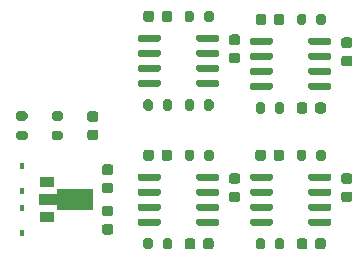
<source format=gbr>
%TF.GenerationSoftware,KiCad,Pcbnew,(5.1.10)-1*%
%TF.CreationDate,2021-07-30T22:48:11+05:30*%
%TF.ProjectId,Logic Board,4c6f6769-6320-4426-9f61-72642e6b6963,rev?*%
%TF.SameCoordinates,Original*%
%TF.FileFunction,Paste,Top*%
%TF.FilePolarity,Positive*%
%FSLAX46Y46*%
G04 Gerber Fmt 4.6, Leading zero omitted, Abs format (unit mm)*
G04 Created by KiCad (PCBNEW (5.1.10)-1) date 2021-07-30 22:48:11*
%MOMM*%
%LPD*%
G01*
G04 APERTURE LIST*
%ADD10C,0.100000*%
%ADD11R,1.300000X0.900000*%
%ADD12R,0.450000X0.600000*%
G04 APERTURE END LIST*
D10*
%TO.C,U5*%
G36*
X139800000Y-107116500D02*
G01*
X136675000Y-107116500D01*
X136675000Y-106700000D01*
X135200000Y-106700000D01*
X135200000Y-105800000D01*
X136675000Y-105800000D01*
X136675000Y-105383500D01*
X139800000Y-105383500D01*
X139800000Y-107116500D01*
G37*
D11*
X135850000Y-107750000D03*
X135850000Y-104750000D03*
%TD*%
%TO.C,R14*%
G36*
G01*
X134025000Y-99575000D02*
X133475000Y-99575000D01*
G75*
G02*
X133275000Y-99375000I0J200000D01*
G01*
X133275000Y-98975000D01*
G75*
G02*
X133475000Y-98775000I200000J0D01*
G01*
X134025000Y-98775000D01*
G75*
G02*
X134225000Y-98975000I0J-200000D01*
G01*
X134225000Y-99375000D01*
G75*
G02*
X134025000Y-99575000I-200000J0D01*
G01*
G37*
G36*
G01*
X134025000Y-101225000D02*
X133475000Y-101225000D01*
G75*
G02*
X133275000Y-101025000I0J200000D01*
G01*
X133275000Y-100625000D01*
G75*
G02*
X133475000Y-100425000I200000J0D01*
G01*
X134025000Y-100425000D01*
G75*
G02*
X134225000Y-100625000I0J-200000D01*
G01*
X134225000Y-101025000D01*
G75*
G02*
X134025000Y-101225000I-200000J0D01*
G01*
G37*
%TD*%
%TO.C,R13*%
G36*
G01*
X137025000Y-99575000D02*
X136475000Y-99575000D01*
G75*
G02*
X136275000Y-99375000I0J200000D01*
G01*
X136275000Y-98975000D01*
G75*
G02*
X136475000Y-98775000I200000J0D01*
G01*
X137025000Y-98775000D01*
G75*
G02*
X137225000Y-98975000I0J-200000D01*
G01*
X137225000Y-99375000D01*
G75*
G02*
X137025000Y-99575000I-200000J0D01*
G01*
G37*
G36*
G01*
X137025000Y-101225000D02*
X136475000Y-101225000D01*
G75*
G02*
X136275000Y-101025000I0J200000D01*
G01*
X136275000Y-100625000D01*
G75*
G02*
X136475000Y-100425000I200000J0D01*
G01*
X137025000Y-100425000D01*
G75*
G02*
X137225000Y-100625000I0J-200000D01*
G01*
X137225000Y-101025000D01*
G75*
G02*
X137025000Y-101225000I-200000J0D01*
G01*
G37*
%TD*%
%TO.C,R12*%
G36*
G01*
X155175000Y-110275000D02*
X155175000Y-109725000D01*
G75*
G02*
X155375000Y-109525000I200000J0D01*
G01*
X155775000Y-109525000D01*
G75*
G02*
X155975000Y-109725000I0J-200000D01*
G01*
X155975000Y-110275000D01*
G75*
G02*
X155775000Y-110475000I-200000J0D01*
G01*
X155375000Y-110475000D01*
G75*
G02*
X155175000Y-110275000I0J200000D01*
G01*
G37*
G36*
G01*
X153525000Y-110275000D02*
X153525000Y-109725000D01*
G75*
G02*
X153725000Y-109525000I200000J0D01*
G01*
X154125000Y-109525000D01*
G75*
G02*
X154325000Y-109725000I0J-200000D01*
G01*
X154325000Y-110275000D01*
G75*
G02*
X154125000Y-110475000I-200000J0D01*
G01*
X153725000Y-110475000D01*
G75*
G02*
X153525000Y-110275000I0J200000D01*
G01*
G37*
%TD*%
%TO.C,R11*%
G36*
G01*
X157825000Y-102225000D02*
X157825000Y-102775000D01*
G75*
G02*
X157625000Y-102975000I-200000J0D01*
G01*
X157225000Y-102975000D01*
G75*
G02*
X157025000Y-102775000I0J200000D01*
G01*
X157025000Y-102225000D01*
G75*
G02*
X157225000Y-102025000I200000J0D01*
G01*
X157625000Y-102025000D01*
G75*
G02*
X157825000Y-102225000I0J-200000D01*
G01*
G37*
G36*
G01*
X159475000Y-102225000D02*
X159475000Y-102775000D01*
G75*
G02*
X159275000Y-102975000I-200000J0D01*
G01*
X158875000Y-102975000D01*
G75*
G02*
X158675000Y-102775000I0J200000D01*
G01*
X158675000Y-102225000D01*
G75*
G02*
X158875000Y-102025000I200000J0D01*
G01*
X159275000Y-102025000D01*
G75*
G02*
X159475000Y-102225000I0J-200000D01*
G01*
G37*
%TD*%
%TO.C,R9*%
G36*
G01*
X155175000Y-98775000D02*
X155175000Y-98225000D01*
G75*
G02*
X155375000Y-98025000I200000J0D01*
G01*
X155775000Y-98025000D01*
G75*
G02*
X155975000Y-98225000I0J-200000D01*
G01*
X155975000Y-98775000D01*
G75*
G02*
X155775000Y-98975000I-200000J0D01*
G01*
X155375000Y-98975000D01*
G75*
G02*
X155175000Y-98775000I0J200000D01*
G01*
G37*
G36*
G01*
X153525000Y-98775000D02*
X153525000Y-98225000D01*
G75*
G02*
X153725000Y-98025000I200000J0D01*
G01*
X154125000Y-98025000D01*
G75*
G02*
X154325000Y-98225000I0J-200000D01*
G01*
X154325000Y-98775000D01*
G75*
G02*
X154125000Y-98975000I-200000J0D01*
G01*
X153725000Y-98975000D01*
G75*
G02*
X153525000Y-98775000I0J200000D01*
G01*
G37*
%TD*%
%TO.C,R8*%
G36*
G01*
X157825000Y-90725000D02*
X157825000Y-91275000D01*
G75*
G02*
X157625000Y-91475000I-200000J0D01*
G01*
X157225000Y-91475000D01*
G75*
G02*
X157025000Y-91275000I0J200000D01*
G01*
X157025000Y-90725000D01*
G75*
G02*
X157225000Y-90525000I200000J0D01*
G01*
X157625000Y-90525000D01*
G75*
G02*
X157825000Y-90725000I0J-200000D01*
G01*
G37*
G36*
G01*
X159475000Y-90725000D02*
X159475000Y-91275000D01*
G75*
G02*
X159275000Y-91475000I-200000J0D01*
G01*
X158875000Y-91475000D01*
G75*
G02*
X158675000Y-91275000I0J200000D01*
G01*
X158675000Y-90725000D01*
G75*
G02*
X158875000Y-90525000I200000J0D01*
G01*
X159275000Y-90525000D01*
G75*
G02*
X159475000Y-90725000I0J-200000D01*
G01*
G37*
%TD*%
%TO.C,R6*%
G36*
G01*
X145675000Y-110275000D02*
X145675000Y-109725000D01*
G75*
G02*
X145875000Y-109525000I200000J0D01*
G01*
X146275000Y-109525000D01*
G75*
G02*
X146475000Y-109725000I0J-200000D01*
G01*
X146475000Y-110275000D01*
G75*
G02*
X146275000Y-110475000I-200000J0D01*
G01*
X145875000Y-110475000D01*
G75*
G02*
X145675000Y-110275000I0J200000D01*
G01*
G37*
G36*
G01*
X144025000Y-110275000D02*
X144025000Y-109725000D01*
G75*
G02*
X144225000Y-109525000I200000J0D01*
G01*
X144625000Y-109525000D01*
G75*
G02*
X144825000Y-109725000I0J-200000D01*
G01*
X144825000Y-110275000D01*
G75*
G02*
X144625000Y-110475000I-200000J0D01*
G01*
X144225000Y-110475000D01*
G75*
G02*
X144025000Y-110275000I0J200000D01*
G01*
G37*
%TD*%
%TO.C,R5*%
G36*
G01*
X148325000Y-102225000D02*
X148325000Y-102775000D01*
G75*
G02*
X148125000Y-102975000I-200000J0D01*
G01*
X147725000Y-102975000D01*
G75*
G02*
X147525000Y-102775000I0J200000D01*
G01*
X147525000Y-102225000D01*
G75*
G02*
X147725000Y-102025000I200000J0D01*
G01*
X148125000Y-102025000D01*
G75*
G02*
X148325000Y-102225000I0J-200000D01*
G01*
G37*
G36*
G01*
X149975000Y-102225000D02*
X149975000Y-102775000D01*
G75*
G02*
X149775000Y-102975000I-200000J0D01*
G01*
X149375000Y-102975000D01*
G75*
G02*
X149175000Y-102775000I0J200000D01*
G01*
X149175000Y-102225000D01*
G75*
G02*
X149375000Y-102025000I200000J0D01*
G01*
X149775000Y-102025000D01*
G75*
G02*
X149975000Y-102225000I0J-200000D01*
G01*
G37*
%TD*%
%TO.C,R4*%
G36*
G01*
X149175000Y-98525000D02*
X149175000Y-97975000D01*
G75*
G02*
X149375000Y-97775000I200000J0D01*
G01*
X149775000Y-97775000D01*
G75*
G02*
X149975000Y-97975000I0J-200000D01*
G01*
X149975000Y-98525000D01*
G75*
G02*
X149775000Y-98725000I-200000J0D01*
G01*
X149375000Y-98725000D01*
G75*
G02*
X149175000Y-98525000I0J200000D01*
G01*
G37*
G36*
G01*
X147525000Y-98525000D02*
X147525000Y-97975000D01*
G75*
G02*
X147725000Y-97775000I200000J0D01*
G01*
X148125000Y-97775000D01*
G75*
G02*
X148325000Y-97975000I0J-200000D01*
G01*
X148325000Y-98525000D01*
G75*
G02*
X148125000Y-98725000I-200000J0D01*
G01*
X147725000Y-98725000D01*
G75*
G02*
X147525000Y-98525000I0J200000D01*
G01*
G37*
%TD*%
%TO.C,R3*%
G36*
G01*
X145675000Y-98525000D02*
X145675000Y-97975000D01*
G75*
G02*
X145875000Y-97775000I200000J0D01*
G01*
X146275000Y-97775000D01*
G75*
G02*
X146475000Y-97975000I0J-200000D01*
G01*
X146475000Y-98525000D01*
G75*
G02*
X146275000Y-98725000I-200000J0D01*
G01*
X145875000Y-98725000D01*
G75*
G02*
X145675000Y-98525000I0J200000D01*
G01*
G37*
G36*
G01*
X144025000Y-98525000D02*
X144025000Y-97975000D01*
G75*
G02*
X144225000Y-97775000I200000J0D01*
G01*
X144625000Y-97775000D01*
G75*
G02*
X144825000Y-97975000I0J-200000D01*
G01*
X144825000Y-98525000D01*
G75*
G02*
X144625000Y-98725000I-200000J0D01*
G01*
X144225000Y-98725000D01*
G75*
G02*
X144025000Y-98525000I0J200000D01*
G01*
G37*
%TD*%
%TO.C,R1*%
G36*
G01*
X148325000Y-90475000D02*
X148325000Y-91025000D01*
G75*
G02*
X148125000Y-91225000I-200000J0D01*
G01*
X147725000Y-91225000D01*
G75*
G02*
X147525000Y-91025000I0J200000D01*
G01*
X147525000Y-90475000D01*
G75*
G02*
X147725000Y-90275000I200000J0D01*
G01*
X148125000Y-90275000D01*
G75*
G02*
X148325000Y-90475000I0J-200000D01*
G01*
G37*
G36*
G01*
X149975000Y-90475000D02*
X149975000Y-91025000D01*
G75*
G02*
X149775000Y-91225000I-200000J0D01*
G01*
X149375000Y-91225000D01*
G75*
G02*
X149175000Y-91025000I0J200000D01*
G01*
X149175000Y-90475000D01*
G75*
G02*
X149375000Y-90275000I200000J0D01*
G01*
X149775000Y-90275000D01*
G75*
G02*
X149975000Y-90475000I0J-200000D01*
G01*
G37*
%TD*%
D12*
%TO.C,D2*%
X133750000Y-103450000D03*
X133750000Y-105550000D03*
%TD*%
%TO.C,D1*%
X133750000Y-109050000D03*
X133750000Y-106950000D03*
%TD*%
%TO.C,C15*%
G36*
G01*
X140000000Y-99675000D02*
X139500000Y-99675000D01*
G75*
G02*
X139275000Y-99450000I0J225000D01*
G01*
X139275000Y-99000000D01*
G75*
G02*
X139500000Y-98775000I225000J0D01*
G01*
X140000000Y-98775000D01*
G75*
G02*
X140225000Y-99000000I0J-225000D01*
G01*
X140225000Y-99450000D01*
G75*
G02*
X140000000Y-99675000I-225000J0D01*
G01*
G37*
G36*
G01*
X140000000Y-101225000D02*
X139500000Y-101225000D01*
G75*
G02*
X139275000Y-101000000I0J225000D01*
G01*
X139275000Y-100550000D01*
G75*
G02*
X139500000Y-100325000I225000J0D01*
G01*
X140000000Y-100325000D01*
G75*
G02*
X140225000Y-100550000I0J-225000D01*
G01*
X140225000Y-101000000D01*
G75*
G02*
X140000000Y-101225000I-225000J0D01*
G01*
G37*
%TD*%
%TO.C,C13*%
G36*
G01*
X140750000Y-104825000D02*
X141250000Y-104825000D01*
G75*
G02*
X141475000Y-105050000I0J-225000D01*
G01*
X141475000Y-105500000D01*
G75*
G02*
X141250000Y-105725000I-225000J0D01*
G01*
X140750000Y-105725000D01*
G75*
G02*
X140525000Y-105500000I0J225000D01*
G01*
X140525000Y-105050000D01*
G75*
G02*
X140750000Y-104825000I225000J0D01*
G01*
G37*
G36*
G01*
X140750000Y-103275000D02*
X141250000Y-103275000D01*
G75*
G02*
X141475000Y-103500000I0J-225000D01*
G01*
X141475000Y-103950000D01*
G75*
G02*
X141250000Y-104175000I-225000J0D01*
G01*
X140750000Y-104175000D01*
G75*
G02*
X140525000Y-103950000I0J225000D01*
G01*
X140525000Y-103500000D01*
G75*
G02*
X140750000Y-103275000I225000J0D01*
G01*
G37*
%TD*%
%TO.C,C12*%
G36*
G01*
X141250000Y-107675000D02*
X140750000Y-107675000D01*
G75*
G02*
X140525000Y-107450000I0J225000D01*
G01*
X140525000Y-107000000D01*
G75*
G02*
X140750000Y-106775000I225000J0D01*
G01*
X141250000Y-106775000D01*
G75*
G02*
X141475000Y-107000000I0J-225000D01*
G01*
X141475000Y-107450000D01*
G75*
G02*
X141250000Y-107675000I-225000J0D01*
G01*
G37*
G36*
G01*
X141250000Y-109225000D02*
X140750000Y-109225000D01*
G75*
G02*
X140525000Y-109000000I0J225000D01*
G01*
X140525000Y-108550000D01*
G75*
G02*
X140750000Y-108325000I225000J0D01*
G01*
X141250000Y-108325000D01*
G75*
G02*
X141475000Y-108550000I0J-225000D01*
G01*
X141475000Y-109000000D01*
G75*
G02*
X141250000Y-109225000I-225000J0D01*
G01*
G37*
%TD*%
%TO.C,C11*%
G36*
G01*
X161000000Y-105575000D02*
X161500000Y-105575000D01*
G75*
G02*
X161725000Y-105800000I0J-225000D01*
G01*
X161725000Y-106250000D01*
G75*
G02*
X161500000Y-106475000I-225000J0D01*
G01*
X161000000Y-106475000D01*
G75*
G02*
X160775000Y-106250000I0J225000D01*
G01*
X160775000Y-105800000D01*
G75*
G02*
X161000000Y-105575000I225000J0D01*
G01*
G37*
G36*
G01*
X161000000Y-104025000D02*
X161500000Y-104025000D01*
G75*
G02*
X161725000Y-104250000I0J-225000D01*
G01*
X161725000Y-104700000D01*
G75*
G02*
X161500000Y-104925000I-225000J0D01*
G01*
X161000000Y-104925000D01*
G75*
G02*
X160775000Y-104700000I0J225000D01*
G01*
X160775000Y-104250000D01*
G75*
G02*
X161000000Y-104025000I225000J0D01*
G01*
G37*
%TD*%
%TO.C,C10*%
G36*
G01*
X161000000Y-94075000D02*
X161500000Y-94075000D01*
G75*
G02*
X161725000Y-94300000I0J-225000D01*
G01*
X161725000Y-94750000D01*
G75*
G02*
X161500000Y-94975000I-225000J0D01*
G01*
X161000000Y-94975000D01*
G75*
G02*
X160775000Y-94750000I0J225000D01*
G01*
X160775000Y-94300000D01*
G75*
G02*
X161000000Y-94075000I225000J0D01*
G01*
G37*
G36*
G01*
X161000000Y-92525000D02*
X161500000Y-92525000D01*
G75*
G02*
X161725000Y-92750000I0J-225000D01*
G01*
X161725000Y-93200000D01*
G75*
G02*
X161500000Y-93425000I-225000J0D01*
G01*
X161000000Y-93425000D01*
G75*
G02*
X160775000Y-93200000I0J225000D01*
G01*
X160775000Y-92750000D01*
G75*
G02*
X161000000Y-92525000I225000J0D01*
G01*
G37*
%TD*%
%TO.C,C9*%
G36*
G01*
X151500000Y-105575000D02*
X152000000Y-105575000D01*
G75*
G02*
X152225000Y-105800000I0J-225000D01*
G01*
X152225000Y-106250000D01*
G75*
G02*
X152000000Y-106475000I-225000J0D01*
G01*
X151500000Y-106475000D01*
G75*
G02*
X151275000Y-106250000I0J225000D01*
G01*
X151275000Y-105800000D01*
G75*
G02*
X151500000Y-105575000I225000J0D01*
G01*
G37*
G36*
G01*
X151500000Y-104025000D02*
X152000000Y-104025000D01*
G75*
G02*
X152225000Y-104250000I0J-225000D01*
G01*
X152225000Y-104700000D01*
G75*
G02*
X152000000Y-104925000I-225000J0D01*
G01*
X151500000Y-104925000D01*
G75*
G02*
X151275000Y-104700000I0J225000D01*
G01*
X151275000Y-104250000D01*
G75*
G02*
X151500000Y-104025000I225000J0D01*
G01*
G37*
%TD*%
%TO.C,C8*%
G36*
G01*
X151500000Y-93825000D02*
X152000000Y-93825000D01*
G75*
G02*
X152225000Y-94050000I0J-225000D01*
G01*
X152225000Y-94500000D01*
G75*
G02*
X152000000Y-94725000I-225000J0D01*
G01*
X151500000Y-94725000D01*
G75*
G02*
X151275000Y-94500000I0J225000D01*
G01*
X151275000Y-94050000D01*
G75*
G02*
X151500000Y-93825000I225000J0D01*
G01*
G37*
G36*
G01*
X151500000Y-92275000D02*
X152000000Y-92275000D01*
G75*
G02*
X152225000Y-92500000I0J-225000D01*
G01*
X152225000Y-92950000D01*
G75*
G02*
X152000000Y-93175000I-225000J0D01*
G01*
X151500000Y-93175000D01*
G75*
G02*
X151275000Y-92950000I0J225000D01*
G01*
X151275000Y-92500000D01*
G75*
G02*
X151500000Y-92275000I225000J0D01*
G01*
G37*
%TD*%
%TO.C,C7*%
G36*
G01*
X158575000Y-110250000D02*
X158575000Y-109750000D01*
G75*
G02*
X158800000Y-109525000I225000J0D01*
G01*
X159250000Y-109525000D01*
G75*
G02*
X159475000Y-109750000I0J-225000D01*
G01*
X159475000Y-110250000D01*
G75*
G02*
X159250000Y-110475000I-225000J0D01*
G01*
X158800000Y-110475000D01*
G75*
G02*
X158575000Y-110250000I0J225000D01*
G01*
G37*
G36*
G01*
X157025000Y-110250000D02*
X157025000Y-109750000D01*
G75*
G02*
X157250000Y-109525000I225000J0D01*
G01*
X157700000Y-109525000D01*
G75*
G02*
X157925000Y-109750000I0J-225000D01*
G01*
X157925000Y-110250000D01*
G75*
G02*
X157700000Y-110475000I-225000J0D01*
G01*
X157250000Y-110475000D01*
G75*
G02*
X157025000Y-110250000I0J225000D01*
G01*
G37*
%TD*%
%TO.C,C6*%
G36*
G01*
X154400000Y-102250000D02*
X154400000Y-102750000D01*
G75*
G02*
X154175000Y-102975000I-225000J0D01*
G01*
X153725000Y-102975000D01*
G75*
G02*
X153500000Y-102750000I0J225000D01*
G01*
X153500000Y-102250000D01*
G75*
G02*
X153725000Y-102025000I225000J0D01*
G01*
X154175000Y-102025000D01*
G75*
G02*
X154400000Y-102250000I0J-225000D01*
G01*
G37*
G36*
G01*
X155950000Y-102250000D02*
X155950000Y-102750000D01*
G75*
G02*
X155725000Y-102975000I-225000J0D01*
G01*
X155275000Y-102975000D01*
G75*
G02*
X155050000Y-102750000I0J225000D01*
G01*
X155050000Y-102250000D01*
G75*
G02*
X155275000Y-102025000I225000J0D01*
G01*
X155725000Y-102025000D01*
G75*
G02*
X155950000Y-102250000I0J-225000D01*
G01*
G37*
%TD*%
%TO.C,C5*%
G36*
G01*
X158575000Y-98750000D02*
X158575000Y-98250000D01*
G75*
G02*
X158800000Y-98025000I225000J0D01*
G01*
X159250000Y-98025000D01*
G75*
G02*
X159475000Y-98250000I0J-225000D01*
G01*
X159475000Y-98750000D01*
G75*
G02*
X159250000Y-98975000I-225000J0D01*
G01*
X158800000Y-98975000D01*
G75*
G02*
X158575000Y-98750000I0J225000D01*
G01*
G37*
G36*
G01*
X157025000Y-98750000D02*
X157025000Y-98250000D01*
G75*
G02*
X157250000Y-98025000I225000J0D01*
G01*
X157700000Y-98025000D01*
G75*
G02*
X157925000Y-98250000I0J-225000D01*
G01*
X157925000Y-98750000D01*
G75*
G02*
X157700000Y-98975000I-225000J0D01*
G01*
X157250000Y-98975000D01*
G75*
G02*
X157025000Y-98750000I0J225000D01*
G01*
G37*
%TD*%
%TO.C,C4*%
G36*
G01*
X154425000Y-90750000D02*
X154425000Y-91250000D01*
G75*
G02*
X154200000Y-91475000I-225000J0D01*
G01*
X153750000Y-91475000D01*
G75*
G02*
X153525000Y-91250000I0J225000D01*
G01*
X153525000Y-90750000D01*
G75*
G02*
X153750000Y-90525000I225000J0D01*
G01*
X154200000Y-90525000D01*
G75*
G02*
X154425000Y-90750000I0J-225000D01*
G01*
G37*
G36*
G01*
X155975000Y-90750000D02*
X155975000Y-91250000D01*
G75*
G02*
X155750000Y-91475000I-225000J0D01*
G01*
X155300000Y-91475000D01*
G75*
G02*
X155075000Y-91250000I0J225000D01*
G01*
X155075000Y-90750000D01*
G75*
G02*
X155300000Y-90525000I225000J0D01*
G01*
X155750000Y-90525000D01*
G75*
G02*
X155975000Y-90750000I0J-225000D01*
G01*
G37*
%TD*%
%TO.C,C3*%
G36*
G01*
X149075000Y-110250000D02*
X149075000Y-109750000D01*
G75*
G02*
X149300000Y-109525000I225000J0D01*
G01*
X149750000Y-109525000D01*
G75*
G02*
X149975000Y-109750000I0J-225000D01*
G01*
X149975000Y-110250000D01*
G75*
G02*
X149750000Y-110475000I-225000J0D01*
G01*
X149300000Y-110475000D01*
G75*
G02*
X149075000Y-110250000I0J225000D01*
G01*
G37*
G36*
G01*
X147525000Y-110250000D02*
X147525000Y-109750000D01*
G75*
G02*
X147750000Y-109525000I225000J0D01*
G01*
X148200000Y-109525000D01*
G75*
G02*
X148425000Y-109750000I0J-225000D01*
G01*
X148425000Y-110250000D01*
G75*
G02*
X148200000Y-110475000I-225000J0D01*
G01*
X147750000Y-110475000D01*
G75*
G02*
X147525000Y-110250000I0J225000D01*
G01*
G37*
%TD*%
%TO.C,C2*%
G36*
G01*
X144925000Y-102250000D02*
X144925000Y-102750000D01*
G75*
G02*
X144700000Y-102975000I-225000J0D01*
G01*
X144250000Y-102975000D01*
G75*
G02*
X144025000Y-102750000I0J225000D01*
G01*
X144025000Y-102250000D01*
G75*
G02*
X144250000Y-102025000I225000J0D01*
G01*
X144700000Y-102025000D01*
G75*
G02*
X144925000Y-102250000I0J-225000D01*
G01*
G37*
G36*
G01*
X146475000Y-102250000D02*
X146475000Y-102750000D01*
G75*
G02*
X146250000Y-102975000I-225000J0D01*
G01*
X145800000Y-102975000D01*
G75*
G02*
X145575000Y-102750000I0J225000D01*
G01*
X145575000Y-102250000D01*
G75*
G02*
X145800000Y-102025000I225000J0D01*
G01*
X146250000Y-102025000D01*
G75*
G02*
X146475000Y-102250000I0J-225000D01*
G01*
G37*
%TD*%
%TO.C,C1*%
G36*
G01*
X144925000Y-90500000D02*
X144925000Y-91000000D01*
G75*
G02*
X144700000Y-91225000I-225000J0D01*
G01*
X144250000Y-91225000D01*
G75*
G02*
X144025000Y-91000000I0J225000D01*
G01*
X144025000Y-90500000D01*
G75*
G02*
X144250000Y-90275000I225000J0D01*
G01*
X144700000Y-90275000D01*
G75*
G02*
X144925000Y-90500000I0J-225000D01*
G01*
G37*
G36*
G01*
X146475000Y-90500000D02*
X146475000Y-91000000D01*
G75*
G02*
X146250000Y-91225000I-225000J0D01*
G01*
X145800000Y-91225000D01*
G75*
G02*
X145575000Y-91000000I0J225000D01*
G01*
X145575000Y-90500000D01*
G75*
G02*
X145800000Y-90275000I225000J0D01*
G01*
X146250000Y-90275000D01*
G75*
G02*
X146475000Y-90500000I0J-225000D01*
G01*
G37*
%TD*%
%TO.C,U4*%
G36*
G01*
X158000000Y-104495000D02*
X158000000Y-104195000D01*
G75*
G02*
X158150000Y-104045000I150000J0D01*
G01*
X159800000Y-104045000D01*
G75*
G02*
X159950000Y-104195000I0J-150000D01*
G01*
X159950000Y-104495000D01*
G75*
G02*
X159800000Y-104645000I-150000J0D01*
G01*
X158150000Y-104645000D01*
G75*
G02*
X158000000Y-104495000I0J150000D01*
G01*
G37*
G36*
G01*
X158000000Y-105765000D02*
X158000000Y-105465000D01*
G75*
G02*
X158150000Y-105315000I150000J0D01*
G01*
X159800000Y-105315000D01*
G75*
G02*
X159950000Y-105465000I0J-150000D01*
G01*
X159950000Y-105765000D01*
G75*
G02*
X159800000Y-105915000I-150000J0D01*
G01*
X158150000Y-105915000D01*
G75*
G02*
X158000000Y-105765000I0J150000D01*
G01*
G37*
G36*
G01*
X158000000Y-107035000D02*
X158000000Y-106735000D01*
G75*
G02*
X158150000Y-106585000I150000J0D01*
G01*
X159800000Y-106585000D01*
G75*
G02*
X159950000Y-106735000I0J-150000D01*
G01*
X159950000Y-107035000D01*
G75*
G02*
X159800000Y-107185000I-150000J0D01*
G01*
X158150000Y-107185000D01*
G75*
G02*
X158000000Y-107035000I0J150000D01*
G01*
G37*
G36*
G01*
X158000000Y-108305000D02*
X158000000Y-108005000D01*
G75*
G02*
X158150000Y-107855000I150000J0D01*
G01*
X159800000Y-107855000D01*
G75*
G02*
X159950000Y-108005000I0J-150000D01*
G01*
X159950000Y-108305000D01*
G75*
G02*
X159800000Y-108455000I-150000J0D01*
G01*
X158150000Y-108455000D01*
G75*
G02*
X158000000Y-108305000I0J150000D01*
G01*
G37*
G36*
G01*
X153050000Y-108305000D02*
X153050000Y-108005000D01*
G75*
G02*
X153200000Y-107855000I150000J0D01*
G01*
X154850000Y-107855000D01*
G75*
G02*
X155000000Y-108005000I0J-150000D01*
G01*
X155000000Y-108305000D01*
G75*
G02*
X154850000Y-108455000I-150000J0D01*
G01*
X153200000Y-108455000D01*
G75*
G02*
X153050000Y-108305000I0J150000D01*
G01*
G37*
G36*
G01*
X153050000Y-107035000D02*
X153050000Y-106735000D01*
G75*
G02*
X153200000Y-106585000I150000J0D01*
G01*
X154850000Y-106585000D01*
G75*
G02*
X155000000Y-106735000I0J-150000D01*
G01*
X155000000Y-107035000D01*
G75*
G02*
X154850000Y-107185000I-150000J0D01*
G01*
X153200000Y-107185000D01*
G75*
G02*
X153050000Y-107035000I0J150000D01*
G01*
G37*
G36*
G01*
X153050000Y-105765000D02*
X153050000Y-105465000D01*
G75*
G02*
X153200000Y-105315000I150000J0D01*
G01*
X154850000Y-105315000D01*
G75*
G02*
X155000000Y-105465000I0J-150000D01*
G01*
X155000000Y-105765000D01*
G75*
G02*
X154850000Y-105915000I-150000J0D01*
G01*
X153200000Y-105915000D01*
G75*
G02*
X153050000Y-105765000I0J150000D01*
G01*
G37*
G36*
G01*
X153050000Y-104495000D02*
X153050000Y-104195000D01*
G75*
G02*
X153200000Y-104045000I150000J0D01*
G01*
X154850000Y-104045000D01*
G75*
G02*
X155000000Y-104195000I0J-150000D01*
G01*
X155000000Y-104495000D01*
G75*
G02*
X154850000Y-104645000I-150000J0D01*
G01*
X153200000Y-104645000D01*
G75*
G02*
X153050000Y-104495000I0J150000D01*
G01*
G37*
%TD*%
%TO.C,U3*%
G36*
G01*
X158000000Y-92995000D02*
X158000000Y-92695000D01*
G75*
G02*
X158150000Y-92545000I150000J0D01*
G01*
X159800000Y-92545000D01*
G75*
G02*
X159950000Y-92695000I0J-150000D01*
G01*
X159950000Y-92995000D01*
G75*
G02*
X159800000Y-93145000I-150000J0D01*
G01*
X158150000Y-93145000D01*
G75*
G02*
X158000000Y-92995000I0J150000D01*
G01*
G37*
G36*
G01*
X158000000Y-94265000D02*
X158000000Y-93965000D01*
G75*
G02*
X158150000Y-93815000I150000J0D01*
G01*
X159800000Y-93815000D01*
G75*
G02*
X159950000Y-93965000I0J-150000D01*
G01*
X159950000Y-94265000D01*
G75*
G02*
X159800000Y-94415000I-150000J0D01*
G01*
X158150000Y-94415000D01*
G75*
G02*
X158000000Y-94265000I0J150000D01*
G01*
G37*
G36*
G01*
X158000000Y-95535000D02*
X158000000Y-95235000D01*
G75*
G02*
X158150000Y-95085000I150000J0D01*
G01*
X159800000Y-95085000D01*
G75*
G02*
X159950000Y-95235000I0J-150000D01*
G01*
X159950000Y-95535000D01*
G75*
G02*
X159800000Y-95685000I-150000J0D01*
G01*
X158150000Y-95685000D01*
G75*
G02*
X158000000Y-95535000I0J150000D01*
G01*
G37*
G36*
G01*
X158000000Y-96805000D02*
X158000000Y-96505000D01*
G75*
G02*
X158150000Y-96355000I150000J0D01*
G01*
X159800000Y-96355000D01*
G75*
G02*
X159950000Y-96505000I0J-150000D01*
G01*
X159950000Y-96805000D01*
G75*
G02*
X159800000Y-96955000I-150000J0D01*
G01*
X158150000Y-96955000D01*
G75*
G02*
X158000000Y-96805000I0J150000D01*
G01*
G37*
G36*
G01*
X153050000Y-96805000D02*
X153050000Y-96505000D01*
G75*
G02*
X153200000Y-96355000I150000J0D01*
G01*
X154850000Y-96355000D01*
G75*
G02*
X155000000Y-96505000I0J-150000D01*
G01*
X155000000Y-96805000D01*
G75*
G02*
X154850000Y-96955000I-150000J0D01*
G01*
X153200000Y-96955000D01*
G75*
G02*
X153050000Y-96805000I0J150000D01*
G01*
G37*
G36*
G01*
X153050000Y-95535000D02*
X153050000Y-95235000D01*
G75*
G02*
X153200000Y-95085000I150000J0D01*
G01*
X154850000Y-95085000D01*
G75*
G02*
X155000000Y-95235000I0J-150000D01*
G01*
X155000000Y-95535000D01*
G75*
G02*
X154850000Y-95685000I-150000J0D01*
G01*
X153200000Y-95685000D01*
G75*
G02*
X153050000Y-95535000I0J150000D01*
G01*
G37*
G36*
G01*
X153050000Y-94265000D02*
X153050000Y-93965000D01*
G75*
G02*
X153200000Y-93815000I150000J0D01*
G01*
X154850000Y-93815000D01*
G75*
G02*
X155000000Y-93965000I0J-150000D01*
G01*
X155000000Y-94265000D01*
G75*
G02*
X154850000Y-94415000I-150000J0D01*
G01*
X153200000Y-94415000D01*
G75*
G02*
X153050000Y-94265000I0J150000D01*
G01*
G37*
G36*
G01*
X153050000Y-92995000D02*
X153050000Y-92695000D01*
G75*
G02*
X153200000Y-92545000I150000J0D01*
G01*
X154850000Y-92545000D01*
G75*
G02*
X155000000Y-92695000I0J-150000D01*
G01*
X155000000Y-92995000D01*
G75*
G02*
X154850000Y-93145000I-150000J0D01*
G01*
X153200000Y-93145000D01*
G75*
G02*
X153050000Y-92995000I0J150000D01*
G01*
G37*
%TD*%
%TO.C,U2*%
G36*
G01*
X148500000Y-92745000D02*
X148500000Y-92445000D01*
G75*
G02*
X148650000Y-92295000I150000J0D01*
G01*
X150300000Y-92295000D01*
G75*
G02*
X150450000Y-92445000I0J-150000D01*
G01*
X150450000Y-92745000D01*
G75*
G02*
X150300000Y-92895000I-150000J0D01*
G01*
X148650000Y-92895000D01*
G75*
G02*
X148500000Y-92745000I0J150000D01*
G01*
G37*
G36*
G01*
X148500000Y-94015000D02*
X148500000Y-93715000D01*
G75*
G02*
X148650000Y-93565000I150000J0D01*
G01*
X150300000Y-93565000D01*
G75*
G02*
X150450000Y-93715000I0J-150000D01*
G01*
X150450000Y-94015000D01*
G75*
G02*
X150300000Y-94165000I-150000J0D01*
G01*
X148650000Y-94165000D01*
G75*
G02*
X148500000Y-94015000I0J150000D01*
G01*
G37*
G36*
G01*
X148500000Y-95285000D02*
X148500000Y-94985000D01*
G75*
G02*
X148650000Y-94835000I150000J0D01*
G01*
X150300000Y-94835000D01*
G75*
G02*
X150450000Y-94985000I0J-150000D01*
G01*
X150450000Y-95285000D01*
G75*
G02*
X150300000Y-95435000I-150000J0D01*
G01*
X148650000Y-95435000D01*
G75*
G02*
X148500000Y-95285000I0J150000D01*
G01*
G37*
G36*
G01*
X148500000Y-96555000D02*
X148500000Y-96255000D01*
G75*
G02*
X148650000Y-96105000I150000J0D01*
G01*
X150300000Y-96105000D01*
G75*
G02*
X150450000Y-96255000I0J-150000D01*
G01*
X150450000Y-96555000D01*
G75*
G02*
X150300000Y-96705000I-150000J0D01*
G01*
X148650000Y-96705000D01*
G75*
G02*
X148500000Y-96555000I0J150000D01*
G01*
G37*
G36*
G01*
X143550000Y-96555000D02*
X143550000Y-96255000D01*
G75*
G02*
X143700000Y-96105000I150000J0D01*
G01*
X145350000Y-96105000D01*
G75*
G02*
X145500000Y-96255000I0J-150000D01*
G01*
X145500000Y-96555000D01*
G75*
G02*
X145350000Y-96705000I-150000J0D01*
G01*
X143700000Y-96705000D01*
G75*
G02*
X143550000Y-96555000I0J150000D01*
G01*
G37*
G36*
G01*
X143550000Y-95285000D02*
X143550000Y-94985000D01*
G75*
G02*
X143700000Y-94835000I150000J0D01*
G01*
X145350000Y-94835000D01*
G75*
G02*
X145500000Y-94985000I0J-150000D01*
G01*
X145500000Y-95285000D01*
G75*
G02*
X145350000Y-95435000I-150000J0D01*
G01*
X143700000Y-95435000D01*
G75*
G02*
X143550000Y-95285000I0J150000D01*
G01*
G37*
G36*
G01*
X143550000Y-94015000D02*
X143550000Y-93715000D01*
G75*
G02*
X143700000Y-93565000I150000J0D01*
G01*
X145350000Y-93565000D01*
G75*
G02*
X145500000Y-93715000I0J-150000D01*
G01*
X145500000Y-94015000D01*
G75*
G02*
X145350000Y-94165000I-150000J0D01*
G01*
X143700000Y-94165000D01*
G75*
G02*
X143550000Y-94015000I0J150000D01*
G01*
G37*
G36*
G01*
X143550000Y-92745000D02*
X143550000Y-92445000D01*
G75*
G02*
X143700000Y-92295000I150000J0D01*
G01*
X145350000Y-92295000D01*
G75*
G02*
X145500000Y-92445000I0J-150000D01*
G01*
X145500000Y-92745000D01*
G75*
G02*
X145350000Y-92895000I-150000J0D01*
G01*
X143700000Y-92895000D01*
G75*
G02*
X143550000Y-92745000I0J150000D01*
G01*
G37*
%TD*%
%TO.C,U1*%
G36*
G01*
X148500000Y-104495000D02*
X148500000Y-104195000D01*
G75*
G02*
X148650000Y-104045000I150000J0D01*
G01*
X150300000Y-104045000D01*
G75*
G02*
X150450000Y-104195000I0J-150000D01*
G01*
X150450000Y-104495000D01*
G75*
G02*
X150300000Y-104645000I-150000J0D01*
G01*
X148650000Y-104645000D01*
G75*
G02*
X148500000Y-104495000I0J150000D01*
G01*
G37*
G36*
G01*
X148500000Y-105765000D02*
X148500000Y-105465000D01*
G75*
G02*
X148650000Y-105315000I150000J0D01*
G01*
X150300000Y-105315000D01*
G75*
G02*
X150450000Y-105465000I0J-150000D01*
G01*
X150450000Y-105765000D01*
G75*
G02*
X150300000Y-105915000I-150000J0D01*
G01*
X148650000Y-105915000D01*
G75*
G02*
X148500000Y-105765000I0J150000D01*
G01*
G37*
G36*
G01*
X148500000Y-107035000D02*
X148500000Y-106735000D01*
G75*
G02*
X148650000Y-106585000I150000J0D01*
G01*
X150300000Y-106585000D01*
G75*
G02*
X150450000Y-106735000I0J-150000D01*
G01*
X150450000Y-107035000D01*
G75*
G02*
X150300000Y-107185000I-150000J0D01*
G01*
X148650000Y-107185000D01*
G75*
G02*
X148500000Y-107035000I0J150000D01*
G01*
G37*
G36*
G01*
X148500000Y-108305000D02*
X148500000Y-108005000D01*
G75*
G02*
X148650000Y-107855000I150000J0D01*
G01*
X150300000Y-107855000D01*
G75*
G02*
X150450000Y-108005000I0J-150000D01*
G01*
X150450000Y-108305000D01*
G75*
G02*
X150300000Y-108455000I-150000J0D01*
G01*
X148650000Y-108455000D01*
G75*
G02*
X148500000Y-108305000I0J150000D01*
G01*
G37*
G36*
G01*
X143550000Y-108305000D02*
X143550000Y-108005000D01*
G75*
G02*
X143700000Y-107855000I150000J0D01*
G01*
X145350000Y-107855000D01*
G75*
G02*
X145500000Y-108005000I0J-150000D01*
G01*
X145500000Y-108305000D01*
G75*
G02*
X145350000Y-108455000I-150000J0D01*
G01*
X143700000Y-108455000D01*
G75*
G02*
X143550000Y-108305000I0J150000D01*
G01*
G37*
G36*
G01*
X143550000Y-107035000D02*
X143550000Y-106735000D01*
G75*
G02*
X143700000Y-106585000I150000J0D01*
G01*
X145350000Y-106585000D01*
G75*
G02*
X145500000Y-106735000I0J-150000D01*
G01*
X145500000Y-107035000D01*
G75*
G02*
X145350000Y-107185000I-150000J0D01*
G01*
X143700000Y-107185000D01*
G75*
G02*
X143550000Y-107035000I0J150000D01*
G01*
G37*
G36*
G01*
X143550000Y-105765000D02*
X143550000Y-105465000D01*
G75*
G02*
X143700000Y-105315000I150000J0D01*
G01*
X145350000Y-105315000D01*
G75*
G02*
X145500000Y-105465000I0J-150000D01*
G01*
X145500000Y-105765000D01*
G75*
G02*
X145350000Y-105915000I-150000J0D01*
G01*
X143700000Y-105915000D01*
G75*
G02*
X143550000Y-105765000I0J150000D01*
G01*
G37*
G36*
G01*
X143550000Y-104495000D02*
X143550000Y-104195000D01*
G75*
G02*
X143700000Y-104045000I150000J0D01*
G01*
X145350000Y-104045000D01*
G75*
G02*
X145500000Y-104195000I0J-150000D01*
G01*
X145500000Y-104495000D01*
G75*
G02*
X145350000Y-104645000I-150000J0D01*
G01*
X143700000Y-104645000D01*
G75*
G02*
X143550000Y-104495000I0J150000D01*
G01*
G37*
%TD*%
M02*

</source>
